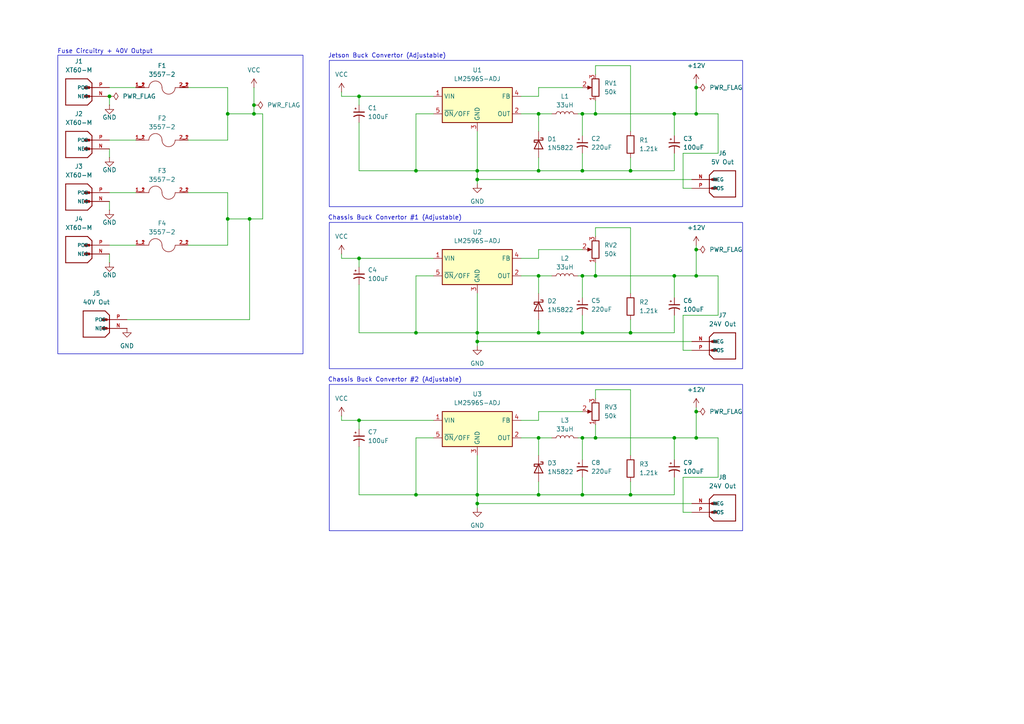
<source format=kicad_sch>
(kicad_sch (version 20231120) (generator "eeschema") (generator_version "8.0")
  (paper "A4")
  (lib_symbols
    (symbol "Device:C_Polarized_Small_US" (pin_numbers hide) (pin_names (offset 0.254) hide)
      (property "Reference" "C" (at 0.254 1.778 0))
      (property "Value" "C_Polarized_Small_US" (at 0.254 -2.032 0))
      (symbol "C_Polarized_Small_US_0_1"
        (polyline (pts (xy -1.524 0.508) (xy 1.524 0.508)) (stroke (width 0.3048)))
        (polyline (pts (xy -1.27 1.524) (xy -0.762 1.524)))
        (polyline (pts (xy -1.016 1.27) (xy -1.016 1.778)))
        (arc (start 1.524 -0.762) (mid 0 -0.3734) (end -1.524 -0.762) (stroke (width 0.3048)))
      )
      (symbol "C_Polarized_Small_US_1_1"
        (pin passive line (at 0 2.54 270) (length 2.032) (name "~") (number "1"))
        (pin passive line (at 0 -2.54 90) (length 2.032) (name "~") (number "2"))
      )
    )
    (symbol "Device:L" (pin_numbers hide) (pin_names (offset 1.016) hide)
      (property "Reference" "L" (at -1.27 0 90))
      (property "Value" "L" (at 1.905 0 90))
      (symbol "L_0_1"
        (arc (start 0 -2.54) (mid 0.6323 -1.905) (end 0 -1.27))
        (arc (start 0 -1.27) (mid 0.6323 -0.635) (end 0 0))
        (arc (start 0 0) (mid 0.6323 0.635) (end 0 1.27))
        (arc (start 0 1.27) (mid 0.6323 1.905) (end 0 2.54))
      )
      (symbol "L_1_1"
        (pin passive line (at 0 3.81 270) (length 1.27) (name "1") (number "1"))
        (pin passive line (at 0 -3.81 90) (length 1.27) (name "2") (number "2"))
      )
    )
    (symbol "Device:R" (pin_numbers hide) (pin_names (offset 0))
      (property "Reference" "R" (at 2.032 0 90))
      (property "Value" "R" (at 0 0 90))
      (symbol "R_0_1"
        (rectangle (start -1.016 -2.54) (end 1.016 2.54) (stroke (width 0.254)))
      )
      (symbol "R_1_1"
        (pin passive line (at 0 3.81 270) (length 1.27) (name "~") (number "1"))
        (pin passive line (at 0 -3.81 90) (length 1.27) (name "~") (number "2"))
      )
    )
    (symbol "Device:R_Potentiometer" (pin_names (offset 1.016) hide)
      (property "Reference" "RV" (at -4.445 0 90))
      (property "Value" "R_Potentiometer" (at -2.54 0 90))
      (symbol "R_Potentiometer_0_1"
        (polyline (pts (xy 2.54 0) (xy 1.524 0)))
        (polyline (pts (xy 1.143 0) (xy 2.286 0.508) (xy 2.286 -0.508) (xy 1.143 0)) (fill (type outline)))
        (rectangle (start 1.016 2.54) (end -1.016 -2.54) (stroke (width 0.254)))
      )
      (symbol "R_Potentiometer_1_1"
        (pin passive line (at 0 3.81 270) (length 1.27) (name "1") (number "1"))
        (pin passive line (at 3.81 0 180) (length 1.27) (name "2") (number "2"))
        (pin passive line (at 0 -3.81 90) (length 1.27) (name "3") (number "3"))
      )
    )
    (symbol "Diode:1N5822" (pin_numbers hide) (pin_names (offset 1.016) hide)
      (property "Reference" "D" (at 0 2.54 0))
      (property "Value" "1N5822" (at 0 -2.54 0))
      (symbol "1N5822_0_1"
        (polyline (pts (xy 1.27 0) (xy -1.27 0)))
        (polyline (pts (xy 1.27 1.27) (xy 1.27 -1.27) (xy -1.27 0) (xy 1.27 1.27)) (stroke (width 0.254)))
        (polyline (pts (xy -1.905 0.635) (xy -1.905 1.27) (xy -1.27 1.27) (xy -1.27 -1.27) (xy -0.635 -1.27) (xy -0.635 -0.635)) (stroke (width 0.254)))
      )
      (symbol "1N5822_1_1"
        (pin passive line (at -3.81 0 0) (length 2.54) (name "K") (number "1"))
        (pin passive line (at 3.81 0 180) (length 2.54) (name "A") (number "2"))
      )
    )
    (symbol "Fuse_Holder:3557-2" (pin_names (offset 1.016))
      (property "Reference" "F" (at -2.54 5.08 0))
      (property "Value" "3557-2" (at -2.54 -5.08 0))
      (symbol "3557-2_0_0"
        (arc (start 0 0) (mid -1.905 1.8967) (end -3.81 0) (stroke (width 0.1524)))
        (polyline (pts (xy -5.08 0) (xy -3.81 0)) (stroke (width 0.1524)))
        (polyline (pts (xy 5.08 0) (xy 3.81 0)) (stroke (width 0.1524)))
        (arc (start 0 0) (mid 1.905 -1.8967) (end 3.81 0) (stroke (width 0.1524)))
        (pin passive line (at -7.62 0 0) (length 2.54) (name "~") (number "1_1"))
        (pin passive line (at -7.62 0 0) (length 2.54) (name "~") (number "1_2"))
        (pin passive line (at 7.62 0 180) (length 2.54) (name "~") (number "2_1"))
        (pin passive line (at 7.62 0 180) (length 2.54) (name "~") (number "2_2"))
      )
    )
    (symbol "Regulator_Switching:LM2596S-ADJ"
      (property "Reference" "U" (at -10.16 6.35 0))
      (property "Value" "LM2596S-ADJ" (at 0 6.35 0))
      (symbol "LM2596S-ADJ_0_1"
        (rectangle (start -10.16 5.08) (end 10.16 -5.08) (stroke (width 0.254)) (fill (type background)))
      )
      (symbol "LM2596S-ADJ_1_1"
        (pin power_in line (at -12.7 2.54 0) (length 2.54) (name "VIN") (number "1"))
        (pin output line (at 12.7 -2.54 180) (length 2.54) (name "OUT") (number "2"))
        (pin power_in line (at 0 -7.62 90) (length 2.54) (name "GND") (number "3"))
        (pin input line (at 12.7 2.54 180) (length 2.54) (name "FB") (number "4"))
        (pin input line (at -12.7 -2.54 0) (length 2.54) (name "~{ON}/OFF") (number "5"))
      )
    )
    (symbol "XT60-M:XT60-M" (pin_names (offset 1.016))
      (property "Reference" "J" (at 0 6.35 0))
      (property "Value" "XT60-M" (at 0 -5.08 0))
      (symbol "XT60-M_0_0"
        (polyline (pts (xy 0 -1.27) (xy 1.27 -2.54)) (stroke (width 0.254)))
        (polyline (pts (xy 0 0) (xy 1.905 0)) (stroke (width 0.254)))
        (polyline (pts (xy 0 2.54) (xy 0 -1.27)) (stroke (width 0.254)))
        (polyline (pts (xy 0 2.54) (xy 1.905 2.54)) (stroke (width 0.254)))
        (polyline (pts (xy 0 3.81) (xy 0 2.54)) (stroke (width 0.254)))
        (polyline (pts (xy 0 3.81) (xy 1.27 5.08)) (stroke (width 0.254)))
        (polyline (pts (xy 1.27 -2.54) (xy 7.62 -2.54)) (stroke (width 0.254)))
        (polyline (pts (xy 7.62 -2.54) (xy 7.62 5.08)) (stroke (width 0.254)))
        (polyline (pts (xy 7.62 5.08) (xy 1.27 5.08)) (stroke (width 0.254)))
        (rectangle (start 0.635 -0.3175) (end 2.2225 0.3175) (stroke (width 0.1)) (fill (type outline)))
        (rectangle (start 0.635 2.2225) (end 2.2225 2.8575) (stroke (width 0.1)) (fill (type outline)))
        (pin passive line (at -5.08 0 0) (length 5.08) (name "NEG") (number "N"))
        (pin passive line (at -5.08 2.54 0) (length 5.08) (name "POS") (number "P"))
      )
    )
    (symbol "power:+12V" (power) (pin_numbers hide) (pin_names (offset 0) hide)
      (property "Value" "+12V" (at 0 3.556 0))
      (symbol "+12V_0_1"
        (polyline (pts (xy -0.762 1.27) (xy 0 2.54)))
        (polyline (pts (xy 0 0) (xy 0 2.54)))
        (polyline (pts (xy 0 2.54) (xy 0.762 1.27)))
      )
      (symbol "+12V_1_1"
        (pin power_in line (at 0 0 90) (length 0) (name "~") (number "1"))
      )
    )
    (symbol "power:GND" (power) (pin_numbers hide) (pin_names (offset 0) hide)
      (property "Value" "GND" (at 0 -3.81 0))
      (symbol "GND_0_1"
        (polyline (pts (xy 0 0) (xy 0 -1.27) (xy 1.27 -1.27) (xy 0 -2.54) (xy -1.27 -1.27) (xy 0 -1.27)))
      )
      (symbol "GND_1_1"
        (pin power_in line (at 0 0 270) (length 0) (name "~") (number "1"))
      )
    )
    (symbol "power:PWR_FLAG" (power) (pin_numbers hide) (pin_names (offset 0) hide)
      (property "Value" "PWR_FLAG" (at 0 3.81 0))
      (symbol "PWR_FLAG_0_0"
        (pin power_out line (at 0 0 90) (length 0) (name "~") (number "1"))
      )
      (symbol "PWR_FLAG_0_1"
        (polyline (pts (xy 0 0) (xy 0 1.27) (xy -1.016 1.905) (xy 0 2.54) (xy 1.016 1.905) (xy 0 1.27)))
      )
    )
    (symbol "power:VCC" (power) (pin_numbers hide) (pin_names (offset 0) hide)
      (property "Value" "VCC" (at 0 3.556 0))
      (symbol "VCC_0_1"
        (polyline (pts (xy -0.762 1.27) (xy 0 2.54)))
        (polyline (pts (xy 0 0) (xy 0 2.54)))
        (polyline (pts (xy 0 2.54) (xy 0.762 1.27)))
      )
      (symbol "VCC_1_1"
        (pin power_in line (at 0 0 90) (length 0) (name "~") (number "1"))
      )
    )
  )
  (junction (at 31.75 27.94))
  (junction (at 138.43 143.51))
  (junction (at 156.21 127))
  (junction (at 138.43 49.53))
  (junction (at 201.93 25.4))
  (junction (at 138.43 146.05))
  (junction (at 168.91 80.01))
  (junction (at 138.43 96.52))
  (junction (at 168.91 143.51))
  (junction (at 104.14 74.93))
  (junction (at 182.88 143.51))
  (junction (at 156.21 143.51))
  (junction (at 172.72 127))
  (junction (at 73.66 30.48))
  (junction (at 172.72 33.02))
  (junction (at 120.65 143.51))
  (junction (at 195.58 80.01))
  (junction (at 168.91 127))
  (junction (at 66.04 33.02))
  (junction (at 201.93 119.38))
  (junction (at 195.58 33.02))
  (junction (at 182.88 49.53))
  (junction (at 168.91 49.53))
  (junction (at 104.14 121.92))
  (junction (at 172.72 80.01))
  (junction (at 138.43 99.06))
  (junction (at 156.21 33.02))
  (junction (at 182.88 96.52))
  (junction (at 201.93 33.02))
  (junction (at 104.14 27.94))
  (junction (at 120.65 49.53))
  (junction (at 195.58 127))
  (junction (at 156.21 49.53))
  (junction (at 156.21 80.01))
  (junction (at 201.93 127))
  (junction (at 66.04 63.5))
  (junction (at 168.91 96.52))
  (junction (at 201.93 72.39))
  (junction (at 168.91 33.02))
  (junction (at 73.66 33.02))
  (junction (at 138.43 52.07))
  (junction (at 72.39 63.5))
  (junction (at 156.21 96.52))
  (junction (at 120.65 96.52))
  (junction (at 201.93 80.01))
  (wire (pts (xy 172.72 127) (xy 172.72 123.19)))
  (wire (pts (xy 156.21 33.02) (xy 156.21 38.1)))
  (wire (pts (xy 156.21 45.72) (xy 156.21 49.53)))
  (wire (pts (xy 151.13 80.01) (xy 156.21 80.01)))
  (wire (pts (xy 198.12 91.44) (xy 208.28 91.44)))
  (wire (pts (xy 182.88 38.1) (xy 182.88 19.05)))
  (wire (pts (xy 156.21 49.53) (xy 138.43 49.53)))
  (wire (pts (xy 208.28 127) (xy 201.93 127)))
  (wire (pts (xy 125.73 80.01) (xy 120.65 80.01)))
  (wire (pts (xy 208.28 33.02) (xy 201.93 33.02)))
  (wire (pts (xy 198.12 101.6) (xy 198.12 91.44)))
  (wire (pts (xy 120.65 143.51) (xy 104.14 143.51)))
  (wire (pts (xy 99.06 73.66) (xy 99.06 74.93)))
  (wire (pts (xy 195.58 143.51) (xy 182.88 143.51)))
  (wire (pts (xy 208.28 91.44) (xy 208.28 80.01)))
  (wire (pts (xy 76.2 63.5) (xy 72.39 63.5)))
  (wire (pts (xy 120.65 80.01) (xy 120.65 96.52)))
  (wire (pts (xy 198.12 148.59) (xy 198.12 138.43)))
  (wire (pts (xy 120.65 127) (xy 120.65 143.51)))
  (wire (pts (xy 201.93 71.12) (xy 201.93 72.39)))
  (wire (pts (xy 156.21 127) (xy 160.02 127)))
  (wire (pts (xy 31.75 25.4) (xy 39.37 25.4)))
  (wire (pts (xy 182.88 139.7) (xy 182.88 143.51)))
  (wire (pts (xy 168.91 33.02) (xy 168.91 39.37)))
  (wire (pts (xy 201.93 24.13) (xy 201.93 25.4)))
  (wire (pts (xy 120.65 96.52) (xy 104.14 96.52)))
  (wire (pts (xy 198.12 54.61) (xy 198.12 44.45)))
  (wire (pts (xy 151.13 33.02) (xy 156.21 33.02)))
  (wire (pts (xy 172.72 19.05) (xy 172.72 21.59)))
  (wire (pts (xy 195.58 96.52) (xy 182.88 96.52)))
  (wire (pts (xy 156.21 96.52) (xy 138.43 96.52)))
  (wire (pts (xy 104.14 82.55) (xy 104.14 96.52)))
  (wire (pts (xy 168.91 143.51) (xy 156.21 143.51)))
  (wire (pts (xy 168.91 138.43) (xy 168.91 143.51)))
  (wire (pts (xy 182.88 49.53) (xy 168.91 49.53)))
  (wire (pts (xy 66.04 33.02) (xy 73.66 33.02)))
  (wire (pts (xy 138.43 132.08) (xy 138.43 143.51)))
  (wire (pts (xy 138.43 99.06) (xy 200.66 99.06)))
  (wire (pts (xy 208.28 80.01) (xy 201.93 80.01)))
  (wire (pts (xy 168.91 127) (xy 172.72 127)))
  (wire (pts (xy 104.14 35.56) (xy 104.14 49.53)))
  (wire (pts (xy 172.72 80.01) (xy 172.72 76.2)))
  (wire (pts (xy 72.39 92.71) (xy 36.83 92.71)))
  (wire (pts (xy 195.58 91.44) (xy 195.58 96.52)))
  (wire (pts (xy 66.04 55.88) (xy 66.04 63.5)))
  (wire (pts (xy 182.88 92.71) (xy 182.88 96.52)))
  (wire (pts (xy 156.21 25.4) (xy 156.21 27.94)))
  (wire (pts (xy 138.43 52.07) (xy 138.43 53.34)))
  (wire (pts (xy 104.14 27.94) (xy 104.14 30.48)))
  (wire (pts (xy 195.58 80.01) (xy 195.58 86.36)))
  (wire (pts (xy 104.14 74.93) (xy 104.14 77.47)))
  (wire (pts (xy 156.21 80.01) (xy 156.21 85.09)))
  (wire (pts (xy 168.91 49.53) (xy 156.21 49.53)))
  (wire (pts (xy 31.75 27.94) (xy 31.75 30.48)))
  (wire (pts (xy 201.93 127) (xy 195.58 127)))
  (wire (pts (xy 138.43 143.51) (xy 138.43 146.05)))
  (wire (pts (xy 151.13 121.92) (xy 156.21 121.92)))
  (wire (pts (xy 73.66 30.48) (xy 73.66 33.02)))
  (wire (pts (xy 156.21 127) (xy 156.21 132.08)))
  (wire (pts (xy 138.43 52.07) (xy 200.66 52.07)))
  (wire (pts (xy 182.88 85.09) (xy 182.88 66.04)))
  (wire (pts (xy 120.65 49.53) (xy 104.14 49.53)))
  (wire (pts (xy 104.14 74.93) (xy 125.73 74.93)))
  (wire (pts (xy 31.75 43.18) (xy 31.75 45.72)))
  (wire (pts (xy 168.91 80.01) (xy 168.91 86.36)))
  (wire (pts (xy 104.14 121.92) (xy 125.73 121.92)))
  (wire (pts (xy 182.88 66.04) (xy 172.72 66.04)))
  (wire (pts (xy 156.21 25.4) (xy 168.91 25.4)))
  (wire (pts (xy 168.91 91.44) (xy 168.91 96.52)))
  (wire (pts (xy 156.21 72.39) (xy 156.21 74.93)))
  (wire (pts (xy 66.04 33.02) (xy 66.04 40.64)))
  (wire (pts (xy 72.39 63.5) (xy 72.39 92.71)))
  (wire (pts (xy 72.39 63.5) (xy 66.04 63.5)))
  (wire (pts (xy 156.21 92.71) (xy 156.21 96.52)))
  (wire (pts (xy 156.21 119.38) (xy 168.91 119.38)))
  (wire (pts (xy 182.88 132.08) (xy 182.88 113.03)))
  (wire (pts (xy 156.21 72.39) (xy 168.91 72.39)))
  (wire (pts (xy 138.43 96.52) (xy 138.43 99.06)))
  (wire (pts (xy 138.43 146.05) (xy 200.66 146.05)))
  (wire (pts (xy 99.06 27.94) (xy 104.14 27.94)))
  (wire (pts (xy 201.93 25.4) (xy 201.93 33.02)))
  (wire (pts (xy 182.88 96.52) (xy 168.91 96.52)))
  (wire (pts (xy 151.13 74.93) (xy 156.21 74.93)))
  (wire (pts (xy 66.04 71.12) (xy 54.61 71.12)))
  (wire (pts (xy 99.06 120.65) (xy 99.06 121.92)))
  (wire (pts (xy 201.93 119.38) (xy 201.93 127)))
  (wire (pts (xy 138.43 38.1) (xy 138.43 49.53)))
  (wire (pts (xy 156.21 33.02) (xy 160.02 33.02)))
  (wire (pts (xy 182.88 143.51) (xy 168.91 143.51)))
  (wire (pts (xy 31.75 71.12) (xy 39.37 71.12)))
  (wire (pts (xy 99.06 121.92) (xy 104.14 121.92)))
  (wire (pts (xy 99.06 74.93) (xy 104.14 74.93)))
  (wire (pts (xy 167.64 33.02) (xy 168.91 33.02)))
  (wire (pts (xy 168.91 44.45) (xy 168.91 49.53)))
  (wire (pts (xy 200.66 101.6) (xy 198.12 101.6)))
  (wire (pts (xy 125.73 33.02) (xy 120.65 33.02)))
  (wire (pts (xy 172.72 33.02) (xy 195.58 33.02)))
  (wire (pts (xy 201.93 80.01) (xy 195.58 80.01)))
  (wire (pts (xy 156.21 143.51) (xy 138.43 143.51)))
  (wire (pts (xy 182.88 113.03) (xy 172.72 113.03)))
  (wire (pts (xy 156.21 80.01) (xy 160.02 80.01)))
  (wire (pts (xy 172.72 80.01) (xy 195.58 80.01)))
  (wire (pts (xy 172.72 33.02) (xy 172.72 29.21)))
  (wire (pts (xy 198.12 44.45) (xy 208.28 44.45)))
  (wire (pts (xy 54.61 25.4) (xy 66.04 25.4)))
  (wire (pts (xy 195.58 49.53) (xy 182.88 49.53)))
  (wire (pts (xy 138.43 85.09) (xy 138.43 96.52)))
  (wire (pts (xy 151.13 27.94) (xy 156.21 27.94)))
  (wire (pts (xy 167.64 127) (xy 168.91 127)))
  (wire (pts (xy 168.91 127) (xy 168.91 133.35)))
  (wire (pts (xy 66.04 40.64) (xy 54.61 40.64)))
  (wire (pts (xy 54.61 55.88) (xy 66.04 55.88)))
  (wire (pts (xy 167.64 80.01) (xy 168.91 80.01)))
  (wire (pts (xy 201.93 72.39) (xy 201.93 80.01)))
  (wire (pts (xy 182.88 19.05) (xy 172.72 19.05)))
  (wire (pts (xy 168.91 80.01) (xy 172.72 80.01)))
  (wire (pts (xy 31.75 73.66) (xy 31.75 76.2)))
  (wire (pts (xy 195.58 44.45) (xy 195.58 49.53)))
  (wire (pts (xy 73.66 33.02) (xy 76.2 33.02)))
  (wire (pts (xy 104.14 27.94) (xy 125.73 27.94)))
  (wire (pts (xy 168.91 96.52) (xy 156.21 96.52)))
  (wire (pts (xy 172.72 66.04) (xy 172.72 68.58)))
  (wire (pts (xy 172.72 113.03) (xy 172.72 115.57)))
  (wire (pts (xy 138.43 99.06) (xy 138.43 100.33)))
  (wire (pts (xy 201.93 33.02) (xy 195.58 33.02)))
  (wire (pts (xy 198.12 138.43) (xy 208.28 138.43)))
  (wire (pts (xy 195.58 138.43) (xy 195.58 143.51)))
  (wire (pts (xy 168.91 33.02) (xy 172.72 33.02)))
  (wire (pts (xy 182.88 45.72) (xy 182.88 49.53)))
  (wire (pts (xy 156.21 119.38) (xy 156.21 121.92)))
  (wire (pts (xy 31.75 40.64) (xy 39.37 40.64)))
  (wire (pts (xy 120.65 33.02) (xy 120.65 49.53)))
  (wire (pts (xy 76.2 33.02) (xy 76.2 63.5)))
  (wire (pts (xy 104.14 129.54) (xy 104.14 143.51)))
  (wire (pts (xy 151.13 127) (xy 156.21 127)))
  (wire (pts (xy 120.65 96.52) (xy 138.43 96.52)))
  (wire (pts (xy 73.66 25.4) (xy 73.66 30.48)))
  (wire (pts (xy 66.04 25.4) (xy 66.04 33.02)))
  (wire (pts (xy 104.14 121.92) (xy 104.14 124.46)))
  (wire (pts (xy 31.75 55.88) (xy 39.37 55.88)))
  (wire (pts (xy 172.72 127) (xy 195.58 127)))
  (wire (pts (xy 208.28 138.43) (xy 208.28 127)))
  (wire (pts (xy 156.21 139.7) (xy 156.21 143.51)))
  (wire (pts (xy 138.43 49.53) (xy 138.43 52.07)))
  (wire (pts (xy 125.73 127) (xy 120.65 127)))
  (wire (pts (xy 201.93 118.11) (xy 201.93 119.38)))
  (wire (pts (xy 120.65 49.53) (xy 138.43 49.53)))
  (wire (pts (xy 31.75 58.42) (xy 31.75 60.96)))
  (wire (pts (xy 99.06 26.67) (xy 99.06 27.94)))
  (wire (pts (xy 66.04 63.5) (xy 66.04 71.12)))
  (wire (pts (xy 200.66 54.61) (xy 198.12 54.61)))
  (wire (pts (xy 200.66 148.59) (xy 198.12 148.59)))
  (wire (pts (xy 208.28 44.45) (xy 208.28 33.02)))
  (wire (pts (xy 195.58 127) (xy 195.58 133.35)))
  (wire (pts (xy 120.65 143.51) (xy 138.43 143.51)))
  (wire (pts (xy 138.43 146.05) (xy 138.43 147.32)))
  (wire (pts (xy 195.58 33.02) (xy 195.58 39.37)))
  (rectangle (start 95.504 17.526) (end 215.392 59.944))
  (rectangle (start 16.764 16.002) (end 87.884 102.616))
  (rectangle (start 95.504 64.516) (end 215.392 106.934))
  (rectangle (start 95.504 111.506) (end 215.392 153.924))
  (text "Chassis Buck Convertor #1 (Adjustable)" (at 114.554 63.246 0) (effects (font (size 1.27 1.27))))
  (text "Jetson Buck Convertor (Adjustable)" (at 112.268 16.256 0) (effects (font (size 1.27 1.27))))
  (text "Chassis Buck Convertor #2 (Adjustable)" (at 114.554 110.236 0) (effects (font (size 1.27 1.27))))
  (text "Fuse Circuitry + 40V Output" (at 30.48 14.986 0) (effects (font (size 1.27 1.27))))
  (symbol (lib_id "Regulator_Switching:LM2596S-ADJ") (at 138.43 77.47 0) (unit 1)
    (property "Reference" "U2" (at 138.43 67.31 0))
    (property "Value" "LM2596S-ADJ" (at 138.43 69.85 0))
    (property "Footprint" "Package_TO_SOT_SMD:TO-263-5_TabPin3" (effects (hide yes)))
    (property "Datasheet" "http://www.ti.com/lit/ds/symlink/lm2596.pdf" (effects (hide yes)))
    (property "Description" "Adjustable 3A Step-Down Voltage Regulator, TO-263" (effects (hide yes)))
  )
  (symbol (lib_id "power:GND") (at 31.75 45.72 0) (unit 1)
    (property "Reference" "#PWR01" (effects (hide yes)))
    (property "Value" "GND" (at 31.75 49.276 0))
    (property "Description" "Power symbol creates a global label with name \"GND\" , ground" (effects (hide yes)))
  )
  (symbol (lib_id "XT60-M:XT60-M") (at 26.67 27.94 0) (mirror y) (unit 1)
    (property "Reference" "J1" (at 22.86 17.78 0))
    (property "Value" "XT60-M" (at 22.86 20.32 0))
    (property "Footprint" "XT60-M:AMASS_XT60-M" (effects (hide yes)))
    (property "MF" "AMASS" (effects (hide yes)))
    (property "MAXIMUM_PACKAGE_HEIGHT" "16.00 mm" (effects (hide yes)))
    (property "Package" "Package" (effects (hide yes)))
    (property "Price" "None" (effects (hide yes)))
    (property "Check_prices" "https://www.snapeda.com/parts/XT60-M/AMASS/view-part/?ref=eda" (effects (hide yes)))
    (property "STANDARD" "IPC 7351B" (effects (hide yes)))
    (property "PARTREV" "V1.2" (effects (hide yes)))
    (property "SnapEDA_Link" "https://www.snapeda.com/parts/XT60-M/AMASS/view-part/?ref=snap" (effects (hide yes)))
    (property "MP" "XT60-M" (effects (hide yes)))
    (property "Description_1" "\n                        \n                            Plug; DC supply; XT60; male; PIN: 2; for cable; soldered; 30A; 500V\n                        \n" (effects (hide yes)))
    (property "Availability" "Not in stock" (effects (hide yes)))
    (property "MANUFACTURER" "AMASS" (effects (hide yes)))
  )
  (symbol (lib_id "Device:C_Polarized_Small_US") (at 104.14 80.01 0) (unit 1)
    (property "Reference" "C4" (at 106.68 78.3081 0) (effects (justify left)))
    (property "Value" "100uF" (at 106.68 80.8481 0) (effects (justify left)))
    (property "Footprint" "Capacitor_THT:CP_Radial_D8.0mm_P3.50mm" (effects (hide yes)))
    (property "Description" "Polarized capacitor, small US symbol" (effects (hide yes)))
  )
  (symbol (lib_id "power:PWR_FLAG") (at 201.93 119.38 270) (unit 1)
    (property "Reference" "#FLG05" (effects (hide yes)))
    (property "Value" "PWR_FLAG" (at 205.74 119.3799 90) (effects (justify left)))
    (property "Description" "Special symbol for telling ERC where power comes from" (effects (hide yes)))
  )
  (symbol (lib_id "Device:C_Polarized_Small_US") (at 168.91 135.89 0) (unit 1)
    (property "Reference" "C8" (at 171.45 134.1881 0) (effects (justify left)))
    (property "Value" "220uF" (at 171.45 136.7281 0) (effects (justify left)))
    (property "Footprint" "Capacitor_THT:CP_Radial_D8.0mm_P3.50mm" (effects (hide yes)))
    (property "Description" "Polarized capacitor, small US symbol" (effects (hide yes)))
  )
  (symbol (lib_id "Regulator_Switching:LM2596S-ADJ") (at 138.43 124.46 0) (unit 1)
    (property "Reference" "U3" (at 138.43 114.3 0))
    (property "Value" "LM2596S-ADJ" (at 138.43 116.84 0))
    (property "Footprint" "Package_TO_SOT_SMD:TO-263-5_TabPin3" (effects (hide yes)))
    (property "Datasheet" "http://www.ti.com/lit/ds/symlink/lm2596.pdf" (effects (hide yes)))
    (property "Description" "Adjustable 3A Step-Down Voltage Regulator, TO-263" (effects (hide yes)))
  )
  (symbol (lib_id "Fuse_Holder:3557-2") (at 46.99 71.12 0) (unit 1)
    (property "Reference" "F4" (at 46.99 64.77 0))
    (property "Value" "3557-2" (at 46.99 67.31 0))
    (property "Footprint" "Fuse Holder:FUSE_3557-2" (effects (hide yes)))
    (property "MF" "Keystone Electronics" (effects (hide yes)))
    (property "MAXIMUM_PACKAGE_HEIGHT" "7.37mm" (effects (hide yes)))
    (property "Package" "Nonstandard Keystone" (effects (hide yes)))
    (property "Price" "None" (effects (hide yes)))
    (property "Check_prices" "https://www.snapeda.com/parts/3557-2/Keystone/view-part/?ref=eda" (effects (hide yes)))
    (property "STANDARD" "Manufacturer Recommendation" (effects (hide yes)))
    (property "PARTREV" "D" (effects (hide yes)))
    (property "SnapEDA_Link" "https://www.snapeda.com/parts/3557-2/Keystone/view-part/?ref=snap" (effects (hide yes)))
    (property "MP" "3557-2" (effects (hide yes)))
    (property "Description_1" "\n                        \n                            THM 2 in 1 Auto Blade Holder\n                        \n" (effects (hide yes)))
    (property "MANUFACTURER" "Keystone" (effects (hide yes)))
    (property "Availability" "In Stock" (effects (hide yes)))
    (property "SNAPEDA_PN" "3557-2" (effects (hide yes)))
  )
  (symbol (lib_id "power:PWR_FLAG") (at 201.93 25.4 270) (unit 1)
    (property "Reference" "#FLG03" (effects (hide yes)))
    (property "Value" "PWR_FLAG" (at 205.74 25.3999 90) (effects (justify left)))
    (property "Description" "Special symbol for telling ERC where power comes from" (effects (hide yes)))
  )
  (symbol (lib_id "Device:C_Polarized_Small_US") (at 195.58 135.89 0) (unit 1)
    (property "Reference" "C9" (at 198.12 134.1881 0) (effects (justify left)))
    (property "Value" "100uF" (at 198.12 136.7281 0) (effects (justify left)))
    (property "Footprint" "Capacitor_THT:CP_Radial_D8.0mm_P3.50mm" (effects (hide yes)))
    (property "Description" "Polarized capacitor, small US symbol" (effects (hide yes)))
  )
  (symbol (lib_id "Fuse_Holder:3557-2") (at 46.99 40.64 0) (unit 1)
    (property "Reference" "F2" (at 46.99 34.29 0))
    (property "Value" "3557-2" (at 46.99 36.83 0))
    (property "Footprint" "Fuse Holder:FUSE_3557-2" (effects (hide yes)))
    (property "MF" "Keystone Electronics" (effects (hide yes)))
    (property "MAXIMUM_PACKAGE_HEIGHT" "7.37mm" (effects (hide yes)))
    (property "Package" "Nonstandard Keystone" (effects (hide yes)))
    (property "Price" "None" (effects (hide yes)))
    (property "Check_prices" "https://www.snapeda.com/parts/3557-2/Keystone/view-part/?ref=eda" (effects (hide yes)))
    (property "STANDARD" "Manufacturer Recommendation" (effects (hide yes)))
    (property "PARTREV" "D" (effects (hide yes)))
    (property "SnapEDA_Link" "https://www.snapeda.com/parts/3557-2/Keystone/view-part/?ref=snap" (effects (hide yes)))
    (property "MP" "3557-2" (effects (hide yes)))
    (property "Description_1" "\n                        \n                            THM 2 in 1 Auto Blade Holder\n                        \n" (effects (hide yes)))
    (property "MANUFACTURER" "Keystone" (effects (hide yes)))
    (property "Availability" "In Stock" (effects (hide yes)))
    (property "SNAPEDA_PN" "3557-2" (effects (hide yes)))
  )
  (symbol (lib_id "Device:C_Polarized_Small_US") (at 104.14 127 0) (unit 1)
    (property "Reference" "C7" (at 106.68 125.2981 0) (effects (justify left)))
    (property "Value" "100uF" (at 106.68 127.8381 0) (effects (justify left)))
    (property "Footprint" "Capacitor_THT:CP_Radial_D8.0mm_P3.50mm" (effects (hide yes)))
    (property "Description" "Polarized capacitor, small US symbol" (effects (hide yes)))
  )
  (symbol (lib_id "Device:R_Potentiometer") (at 172.72 119.38 180) (unit 1)
    (property "Reference" "RV3" (at 175.26 118.1099 0) (effects (justify right)))
    (property "Value" "50k" (at 175.26 120.6499 0) (effects (justify right)))
    (property "Footprint" "Potentiometer_THT:Potentiometer_Vishay_T93YA_Vertical" (effects (hide yes)))
    (property "Description" "Potentiometer" (effects (hide yes)))
  )
  (symbol (lib_id "Device:C_Polarized_Small_US") (at 104.14 33.02 0) (unit 1)
    (property "Reference" "C1" (at 106.68 31.3181 0) (effects (justify left)))
    (property "Value" "100uF" (at 106.68 33.8581 0) (effects (justify left)))
    (property "Footprint" "Capacitor_THT:CP_Radial_D8.0mm_P3.50mm" (effects (hide yes)))
    (property "Description" "Polarized capacitor, small US symbol" (effects (hide yes)))
  )
  (symbol (lib_id "Device:R") (at 182.88 41.91 0) (unit 1)
    (property "Reference" "R1" (at 185.42 40.6399 0) (effects (justify left)))
    (property "Value" "1.21k" (at 185.42 43.1799 0) (effects (justify left)))
    (property "Footprint" "Resistor_THT:R_Axial_DIN0207_L6.3mm_D2.5mm_P10.16mm_Horizontal" (effects (hide yes)))
    (property "Description" "Resistor" (effects (hide yes)))
  )
  (symbol (lib_id "power:PWR_FLAG") (at 73.66 30.48 270) (unit 1)
    (property "Reference" "#FLG02" (effects (hide yes)))
    (property "Value" "PWR_FLAG" (at 77.47 30.4799 90) (effects (justify left)))
    (property "Description" "Special symbol for telling ERC where power comes from" (effects (hide yes)))
  )
  (symbol (lib_id "Device:R_Potentiometer") (at 172.72 72.39 180) (unit 1)
    (property "Reference" "RV2" (at 175.26 71.1199 0) (effects (justify right)))
    (property "Value" "50k" (at 175.26 73.6599 0) (effects (justify right)))
    (property "Footprint" "Potentiometer_THT:Potentiometer_Vishay_T93YA_Vertical" (effects (hide yes)))
    (property "Description" "Potentiometer" (effects (hide yes)))
  )
  (symbol (lib_id "Regulator_Switching:LM2596S-ADJ") (at 138.43 30.48 0) (unit 1)
    (property "Reference" "U1" (at 138.43 20.32 0))
    (property "Value" "LM2596S-ADJ" (at 138.43 22.86 0))
    (property "Footprint" "Package_TO_SOT_SMD:TO-263-5_TabPin3" (effects (hide yes)))
    (property "Datasheet" "http://www.ti.com/lit/ds/symlink/lm2596.pdf" (effects (hide yes)))
    (property "Description" "Adjustable 3A Step-Down Voltage Regulator, TO-263" (effects (hide yes)))
  )
  (symbol (lib_id "Device:R") (at 182.88 88.9 0) (unit 1)
    (property "Reference" "R2" (at 185.42 87.6299 0) (effects (justify left)))
    (property "Value" "1.21k" (at 185.42 90.1699 0) (effects (justify left)))
    (property "Footprint" "Resistor_THT:R_Axial_DIN0207_L6.3mm_D2.5mm_P10.16mm_Horizontal" (effects (hide yes)))
    (property "Description" "Resistor" (effects (hide yes)))
  )
  (symbol (lib_id "XT60-M:XT60-M") (at 26.67 58.42 0) (mirror y) (unit 1)
    (property "Reference" "J3" (at 22.86 48.26 0))
    (property "Value" "XT60-M" (at 22.86 50.8 0))
    (property "Footprint" "XT60-M:AMASS_XT60-M" (effects (hide yes)))
    (property "MF" "AMASS" (effects (hide yes)))
    (property "MAXIMUM_PACKAGE_HEIGHT" "16.00 mm" (effects (hide yes)))
    (property "Package" "Package" (effects (hide yes)))
    (property "Price" "None" (effects (hide yes)))
    (property "Check_prices" "https://www.snapeda.com/parts/XT60-M/AMASS/view-part/?ref=eda" (effects (hide yes)))
    (property "STANDARD" "IPC 7351B" (effects (hide yes)))
    (property "PARTREV" "V1.2" (effects (hide yes)))
    (property "SnapEDA_Link" "https://www.snapeda.com/parts/XT60-M/AMASS/view-part/?ref=snap" (effects (hide yes)))
    (property "MP" "XT60-M" (effects (hide yes)))
    (property "Description_1" "\n                        \n                            Plug; DC supply; XT60; male; PIN: 2; for cable; soldered; 30A; 500V\n                        \n" (effects (hide yes)))
    (property "Availability" "Not in stock" (effects (hide yes)))
    (property "MANUFACTURER" "AMASS" (effects (hide yes)))
  )
  (symbol (lib_id "power:GND") (at 138.43 53.34 0) (unit 1)
    (property "Reference" "#PWR08" (effects (hide yes)))
    (property "Value" "GND" (at 138.43 58.42 0))
    (property "Description" "Power symbol creates a global label with name \"GND\" , ground" (effects (hide yes)))
  )
  (symbol (lib_id "power:GND") (at 31.75 60.96 0) (unit 1)
    (property "Reference" "#PWR03" (effects (hide yes)))
    (property "Value" "GND" (at 31.75 64.516 0))
    (property "Description" "Power symbol creates a global label with name \"GND\" , ground" (effects (hide yes)))
  )
  (symbol (lib_id "Fuse_Holder:3557-2") (at 46.99 25.4 0) (unit 1)
    (property "Reference" "F1" (at 46.99 19.05 0))
    (property "Value" "3557-2" (at 46.99 21.59 0))
    (property "Footprint" "Fuse Holder:FUSE_3557-2" (effects (hide yes)))
    (property "MF" "Keystone Electronics" (effects (hide yes)))
    (property "MAXIMUM_PACKAGE_HEIGHT" "7.37mm" (effects (hide yes)))
    (property "Package" "Nonstandard Keystone" (effects (hide yes)))
    (property "Price" "None" (effects (hide yes)))
    (property "Check_prices" "https://www.snapeda.com/parts/3557-2/Keystone/view-part/?ref=eda" (effects (hide yes)))
    (property "STANDARD" "Manufacturer Recommendation" (effects (hide yes)))
    (property "PARTREV" "D" (effects (hide yes)))
    (property "SnapEDA_Link" "https://www.snapeda.com/parts/3557-2/Keystone/view-part/?ref=snap" (effects (hide yes)))
    (property "MP" "3557-2" (effects (hide yes)))
    (property "Description_1" "\n                        \n                            THM 2 in 1 Auto Blade Holder\n                        \n" (effects (hide yes)))
    (property "MANUFACTURER" "Keystone" (effects (hide yes)))
    (property "Availability" "In Stock" (effects (hide yes)))
    (property "SNAPEDA_PN" "3557-2" (effects (hide yes)))
  )
  (symbol (lib_id "Device:L") (at 163.83 33.02 90) (unit 1)
    (property "Reference" "L1" (at 163.83 27.94 90))
    (property "Value" "33uH" (at 163.83 30.48 90))
    (property "Footprint" "Inductor_SMD:L_Bourns_SRN6045TA" (effects (hide yes)))
    (property "Description" "Inductor" (effects (hide yes)))
  )
  (symbol (lib_id "Device:C_Polarized_Small_US") (at 168.91 88.9 0) (unit 1)
    (property "Reference" "C5" (at 171.45 87.1981 0) (effects (justify left)))
    (property "Value" "220uF" (at 171.45 89.7381 0) (effects (justify left)))
    (property "Footprint" "Capacitor_THT:CP_Radial_D8.0mm_P3.50mm" (effects (hide yes)))
    (property "Description" "Polarized capacitor, small US symbol" (effects (hide yes)))
  )
  (symbol (lib_id "Diode:1N5822") (at 156.21 88.9 270) (unit 1)
    (property "Reference" "D2" (at 158.75 87.3124 90) (effects (justify left)))
    (property "Value" "1N5822" (at 158.75 89.8524 90) (effects (justify left)))
    (property "Footprint" "Diode_THT:D_DO-201AD_P15.24mm_Horizontal" (effects (hide yes)))
    (property "Datasheet" "http://www.vishay.com/docs/88526/1n5820.pdf" (effects (hide yes)))
    (property "Description" "40V 3A Schottky Barrier Rectifier Diode, DO-201AD" (effects (hide yes)))
  )
  (symbol (lib_id "XT60-M:XT60-M") (at 205.74 99.06 0) (mirror x) (unit 1)
    (property "Reference" "J7" (at 209.55 91.44 0))
    (property "Value" "24V Out" (at 209.55 93.98 0))
    (property "Footprint" "XT60-M:AMASS_XT60-M" (effects (hide yes)))
    (property "MF" "AMASS" (effects (hide yes)))
    (property "MAXIMUM_PACKAGE_HEIGHT" "16.00 mm" (effects (hide yes)))
    (property "Package" "Package" (effects (hide yes)))
    (property "Price" "None" (effects (hide yes)))
    (property "Check_prices" "https://www.snapeda.com/parts/XT60-M/AMASS/view-part/?ref=eda" (effects (hide yes)))
    (property "STANDARD" "IPC 7351B" (effects (hide yes)))
    (property "PARTREV" "V1.2" (effects (hide yes)))
    (property "SnapEDA_Link" "https://www.snapeda.com/parts/XT60-M/AMASS/view-part/?ref=snap" (effects (hide yes)))
    (property "MP" "XT60-M" (effects (hide yes)))
    (property "Description_1" "\n                        \n                            Plug; DC supply; XT60; male; PIN: 2; for cable; soldered; 30A; 500V\n                        \n" (effects (hide yes)))
    (property "Availability" "Not in stock" (effects (hide yes)))
    (property "MANUFACTURER" "AMASS" (effects (hide yes)))
  )
  (symbol (lib_id "power:PWR_FLAG") (at 201.93 72.39 270) (unit 1)
    (property "Reference" "#FLG04" (effects (hide yes)))
    (property "Value" "PWR_FLAG" (at 205.74 72.3899 90) (effects (justify left)))
    (property "Description" "Special symbol for telling ERC where power comes from" (effects (hide yes)))
  )
  (symbol (lib_id "Device:C_Polarized_Small_US") (at 195.58 88.9 0) (unit 1)
    (property "Reference" "C6" (at 198.12 87.1981 0) (effects (justify left)))
    (property "Value" "100uF" (at 198.12 89.7381 0) (effects (justify left)))
    (property "Footprint" "Capacitor_THT:CP_Radial_D8.0mm_P3.50mm" (effects (hide yes)))
    (property "Description" "Polarized capacitor, small US symbol" (effects (hide yes)))
  )
  (symbol (lib_id "Device:R_Potentiometer") (at 172.72 25.4 180) (unit 1)
    (property "Reference" "RV1" (at 175.26 24.1299 0) (effects (justify right)))
    (property "Value" "50k" (at 175.26 26.6699 0) (effects (justify right)))
    (property "Footprint" "Potentiometer_THT:Potentiometer_Vishay_T93YA_Vertical" (effects (hide yes)))
    (property "Description" "Potentiometer" (effects (hide yes)))
  )
  (symbol (lib_id "XT60-M:XT60-M") (at 26.67 73.66 0) (mirror y) (unit 1)
    (property "Reference" "J4" (at 22.86 63.5 0))
    (property "Value" "XT60-M" (at 22.86 66.04 0))
    (property "Footprint" "XT60-M:AMASS_XT60-M" (effects (hide yes)))
    (property "MF" "AMASS" (effects (hide yes)))
    (property "MAXIMUM_PACKAGE_HEIGHT" "16.00 mm" (effects (hide yes)))
    (property "Package" "Package" (effects (hide yes)))
    (property "Price" "None" (effects (hide yes)))
    (property "Check_prices" "https://www.snapeda.com/parts/XT60-M/AMASS/view-part/?ref=eda" (effects (hide yes)))
    (property "STANDARD" "IPC 7351B" (effects (hide yes)))
    (property "PARTREV" "V1.2" (effects (hide yes)))
    (property "SnapEDA_Link" "https://www.snapeda.com/parts/XT60-M/AMASS/view-part/?ref=snap" (effects (hide yes)))
    (property "MP" "XT60-M" (effects (hide yes)))
    (property "Description_1" "\n                        \n                            Plug; DC supply; XT60; male; PIN: 2; for cable; soldered; 30A; 500V\n                        \n" (effects (hide yes)))
    (property "Availability" "Not in stock" (effects (hide yes)))
    (property "MANUFACTURER" "AMASS" (effects (hide yes)))
  )
  (symbol (lib_id "power:GND") (at 36.83 95.25 0) (unit 1)
    (property "Reference" "#PWR05" (effects (hide yes)))
    (property "Value" "GND" (at 36.83 100.33 0))
    (property "Description" "Power symbol creates a global label with name \"GND\" , ground" (effects (hide yes)))
  )
  (symbol (lib_id "XT60-M:XT60-M") (at 205.74 52.07 0) (mirror x) (unit 1)
    (property "Reference" "J6" (at 209.55 44.45 0))
    (property "Value" "5V Out" (at 209.55 46.99 0))
    (property "Footprint" "XT60-M:AMASS_XT60-M" (effects (hide yes)))
    (property "MF" "AMASS" (effects (hide yes)))
    (property "MAXIMUM_PACKAGE_HEIGHT" "16.00 mm" (effects (hide yes)))
    (property "Package" "Package" (effects (hide yes)))
    (property "Price" "None" (effects (hide yes)))
    (property "Check_prices" "https://www.snapeda.com/parts/XT60-M/AMASS/view-part/?ref=eda" (effects (hide yes)))
    (property "STANDARD" "IPC 7351B" (effects (hide yes)))
    (property "PARTREV" "V1.2" (effects (hide yes)))
    (property "SnapEDA_Link" "https://www.snapeda.com/parts/XT60-M/AMASS/view-part/?ref=snap" (effects (hide yes)))
    (property "MP" "XT60-M" (effects (hide yes)))
    (property "Description_1" "\n                        \n                            Plug; DC supply; XT60; male; PIN: 2; for cable; soldered; 30A; 500V\n                        \n" (effects (hide yes)))
    (property "Availability" "Not in stock" (effects (hide yes)))
    (property "MANUFACTURER" "AMASS" (effects (hide yes)))
  )
  (symbol (lib_id "XT60-M:XT60-M") (at 26.67 43.18 0) (mirror y) (unit 1)
    (property "Reference" "J2" (at 22.86 33.02 0))
    (property "Value" "XT60-M" (at 22.86 35.56 0))
    (property "Footprint" "XT60-M:AMASS_XT60-M" (effects (hide yes)))
    (property "MF" "AMASS" (effects (hide yes)))
    (property "MAXIMUM_PACKAGE_HEIGHT" "16.00 mm" (effects (hide yes)))
    (property "Package" "Package" (effects (hide yes)))
    (property "Price" "None" (effects (hide yes)))
    (property "Check_prices" "https://www.snapeda.com/parts/XT60-M/AMASS/view-part/?ref=eda" (effects (hide yes)))
    (property "STANDARD" "IPC 7351B" (effects (hide yes)))
    (property "PARTREV" "V1.2" (effects (hide yes)))
    (property "SnapEDA_Link" "https://www.snapeda.com/parts/XT60-M/AMASS/view-part/?ref=snap" (effects (hide yes)))
    (property "MP" "XT60-M" (effects (hide yes)))
    (property "Description_1" "\n                        \n                            Plug; DC supply; XT60; male; PIN: 2; for cable; soldered; 30A; 500V\n                        \n" (effects (hide yes)))
    (property "Availability" "Not in stock" (effects (hide yes)))
    (property "MANUFACTURER" "AMASS" (effects (hide yes)))
  )
  (symbol (lib_id "Device:L") (at 163.83 80.01 90) (unit 1)
    (property "Reference" "L2" (at 163.83 74.93 90))
    (property "Value" "33uH" (at 163.83 77.47 90))
    (property "Footprint" "Inductor_SMD:L_Bourns_SRN6045TA" (effects (hide yes)))
    (property "Description" "Inductor" (effects (hide yes)))
  )
  (symbol (lib_id "XT60-M:XT60-M") (at 205.74 146.05 0) (mirror x) (unit 1)
    (property "Reference" "J8" (at 209.55 138.43 0))
    (property "Value" "24V Out" (at 209.55 140.97 0))
    (property "Footprint" "XT60-M:AMASS_XT60-M" (effects (hide yes)))
    (property "MF" "AMASS" (effects (hide yes)))
    (property "MAXIMUM_PACKAGE_HEIGHT" "16.00 mm" (effects (hide yes)))
    (property "Package" "Package" (effects (hide yes)))
    (property "Price" "None" (effects (hide yes)))
    (property "Check_prices" "https://www.snapeda.com/parts/XT60-M/AMASS/view-part/?ref=eda" (effects (hide yes)))
    (property "STANDARD" "IPC 7351B" (effects (hide yes)))
    (property "PARTREV" "V1.2" (effects (hide yes)))
    (property "SnapEDA_Link" "https://www.snapeda.com/parts/XT60-M/AMASS/view-part/?ref=snap" (effects (hide yes)))
    (property "MP" "XT60-M" (effects (hide yes)))
    (property "Description_1" "\n                        \n                            Plug; DC supply; XT60; male; PIN: 2; for cable; soldered; 30A; 500V\n                        \n" (effects (hide yes)))
    (property "Availability" "Not in stock" (effects (hide yes)))
    (property "MANUFACTURER" "AMASS" (effects (hide yes)))
  )
  (symbol (lib_id "power:+12V") (at 201.93 118.11 0) (unit 1)
    (property "Reference" "#PWR015" (effects (hide yes)))
    (property "Value" "+12V" (at 201.93 113.03 0))
    (property "Description" "Power symbol creates a global label with name \"+12V\"" (effects (hide yes)))
  )
  (symbol (lib_id "power:PWR_FLAG") (at 31.75 27.94 270) (unit 1)
    (property "Reference" "#FLG01" (effects (hide yes)))
    (property "Value" "PWR_FLAG" (at 35.56 27.9399 90) (effects (justify left)))
    (property "Description" "Special symbol for telling ERC where power comes from" (effects (hide yes)))
  )
  (symbol (lib_id "Device:C_Polarized_Small_US") (at 168.91 41.91 0) (unit 1)
    (property "Reference" "C2" (at 171.45 40.2081 0) (effects (justify left)))
    (property "Value" "220uF" (at 171.45 42.7481 0) (effects (justify left)))
    (property "Footprint" "Capacitor_THT:CP_Radial_D8.0mm_P3.50mm" (effects (hide yes)))
    (property "Description" "Polarized capacitor, small US symbol" (effects (hide yes)))
  )
  (symbol (lib_id "Device:R") (at 182.88 135.89 0) (unit 1)
    (property "Reference" "R3" (at 185.42 134.6199 0) (effects (justify left)))
    (property "Value" "1.21k" (at 185.42 137.1599 0) (effects (justify left)))
    (property "Footprint" "Resistor_THT:R_Axial_DIN0207_L6.3mm_D2.5mm_P10.16mm_Horizontal" (effects (hide yes)))
    (property "Description" "Resistor" (effects (hide yes)))
  )
  (symbol (lib_id "power:GND") (at 31.75 76.2 0) (unit 1)
    (property "Reference" "#PWR04" (effects (hide yes)))
    (property "Value" "GND" (at 31.75 79.756 0))
    (property "Description" "Power symbol creates a global label with name \"GND\" , ground" (effects (hide yes)))
  )
  (symbol (lib_id "power:GND") (at 31.75 30.48 0) (unit 1)
    (property "Reference" "#PWR02" (effects (hide yes)))
    (property "Value" "GND" (at 31.75 34.036 0))
    (property "Description" "Power symbol creates a global label with name \"GND\" , ground" (effects (hide yes)))
  )
  (symbol (lib_id "Device:L") (at 163.83 127 90) (unit 1)
    (property "Reference" "L3" (at 163.83 121.92 90))
    (property "Value" "33uH" (at 163.83 124.46 90))
    (property "Footprint" "Inductor_SMD:L_Bourns_SRN6045TA" (effects (hide yes)))
    (property "Description" "Inductor" (effects (hide yes)))
  )
  (symbol (lib_id "power:VCC") (at 99.06 120.65 0) (unit 1)
    (property "Reference" "#PWR013" (effects (hide yes)))
    (property "Value" "VCC" (at 99.06 115.57 0))
    (property "Description" "Power symbol creates a global label with name \"VCC\"" (effects (hide yes)))
  )
  (symbol (lib_id "Device:C_Polarized_Small_US") (at 195.58 41.91 0) (unit 1)
    (property "Reference" "C3" (at 198.12 40.2081 0) (effects (justify left)))
    (property "Value" "100uF" (at 198.12 42.7481 0) (effects (justify left)))
    (property "Footprint" "Capacitor_THT:CP_Radial_D8.0mm_P3.50mm" (effects (hide yes)))
    (property "Description" "Polarized capacitor, small US symbol" (effects (hide yes)))
  )
  (symbol (lib_id "power:VCC") (at 99.06 26.67 0) (unit 1)
    (property "Reference" "#PWR07" (effects (hide yes)))
    (property "Value" "VCC" (at 99.06 21.59 0))
    (property "Description" "Power symbol creates a global label with name \"VCC\"" (effects (hide yes)))
  )
  (symbol (lib_id "Diode:1N5822") (at 156.21 41.91 270) (unit 1)
    (property "Reference" "D1" (at 158.75 40.3224 90) (effects (justify left)))
    (property "Value" "1N5822" (at 158.75 42.8624 90) (effects (justify left)))
    (property "Footprint" "Diode_THT:D_DO-201AD_P15.24mm_Horizontal" (effects (hide yes)))
    (property "Datasheet" "http://www.vishay.com/docs/88526/1n5820.pdf" (effects (hide yes)))
    (property "Description" "40V 3A Schottky Barrier Rectifier Diode, DO-201AD" (effects (hide yes)))
  )
  (symbol (lib_id "XT60-M:XT60-M") (at 31.75 95.25 0) (mirror y) (unit 1)
    (property "Reference" "J5" (at 27.94 85.09 0))
    (property "Value" "40V Out" (at 27.94 87.63 0))
    (property "Footprint" "XT60-M:AMASS_XT60-M" (effects (hide yes)))
    (property "MF" "AMASS" (effects (hide yes)))
    (property "MAXIMUM_PACKAGE_HEIGHT" "16.00 mm" (effects (hide yes)))
    (property "Package" "Package" (effects (hide yes)))
    (property "Price" "None" (effects (hide yes)))
    (property "Check_prices" "https://www.snapeda.com/parts/XT60-M/AMASS/view-part/?ref=eda" (effects (hide yes)))
    (property "STANDARD" "IPC 7351B" (effects (hide yes)))
    (property "PARTREV" "V1.2" (effects (hide yes)))
    (property "SnapEDA_Link" "https://www.snapeda.com/parts/XT60-M/AMASS/view-part/?ref=snap" (effects (hide yes)))
    (property "MP" "XT60-M" (effects (hide yes)))
    (property "Description_1" "\n                        \n                            Plug; DC supply; XT60; male; PIN: 2; for cable; soldered; 30A; 500V\n                        \n" (effects (hide yes)))
    (property "Availability" "Not in stock" (effects (hide yes)))
    (property "MANUFACTURER" "AMASS" (effects (hide yes)))
  )
  (symbol (lib_id "power:+12V") (at 201.93 71.12 0) (unit 1)
    (property "Reference" "#PWR012" (effects (hide yes)))
    (property "Value" "+12V" (at 201.93 66.04 0))
    (property "Description" "Power symbol creates a global label with name \"+12V\"" (effects (hide yes)))
  )
  (symbol (lib_id "Fuse_Holder:3557-2") (at 46.99 55.88 0) (unit 1)
    (property "Reference" "F3" (at 46.99 49.53 0))
    (property "Value" "3557-2" (at 46.99 52.07 0))
    (property "Footprint" "Fuse Holder:FUSE_3557-2" (effects (hide yes)))
    (property "MF" "Keystone Electronics" (effects (hide yes)))
    (property "MAXIMUM_PACKAGE_HEIGHT" "7.37mm" (effects (hide yes)))
    (property "Package" "Nonstandard Keystone" (effects (hide yes)))
    (property "Price" "None" (effects (hide yes)))
    (property "Check_prices" "https://www.snapeda.com/parts/3557-2/Keystone/view-part/?ref=eda" (effects (hide yes)))
    (property "STANDARD" "Manufacturer Recommendation" (effects (hide yes)))
    (property "PARTREV" "D" (effects (hide yes)))
    (property "SnapEDA_Link" "https://www.snapeda.com/parts/3557-2/Keystone/view-part/?ref=snap" (effects (hide yes)))
    (property "MP" "3557-2" (effects (hide yes)))
    (property "Description_1" "\n                        \n                            THM 2 in 1 Auto Blade Holder\n                        \n" (effects (hide yes)))
    (property "MANUFACTURER" "Keystone" (effects (hide yes)))
    (property "Availability" "In Stock" (effects (hide yes)))
    (property "SNAPEDA_PN" "3557-2" (effects (hide yes)))
  )
  (symbol (lib_id "power:+12V") (at 201.93 24.13 0) (unit 1)
    (property "Reference" "#PWR09" (effects (hide yes)))
    (property "Value" "+12V" (at 201.93 19.05 0))
    (property "Description" "Power symbol creates a global label with name \"+12V\"" (effects (hide yes)))
  )
  (symbol (lib_id "Diode:1N5822") (at 156.21 135.89 270) (unit 1)
    (property "Reference" "D3" (at 158.75 134.3024 90) (effects (justify left)))
    (property "Value" "1N5822" (at 158.75 136.8424 90) (effects (justify left)))
    (property "Footprint" "Diode_THT:D_DO-201AD_P15.24mm_Horizontal" (effects (hide yes)))
    (property "Datasheet" "http://www.vishay.com/docs/88526/1n5820.pdf" (effects (hide yes)))
    (property "Description" "40V 3A Schottky Barrier Rectifier Diode, DO-201AD" (effects (hide yes)))
  )
  (symbol (lib_id "power:VCC") (at 73.66 25.4 0) (unit 1)
    (property "Reference" "#PWR06" (effects (hide yes)))
    (property "Value" "VCC" (at 73.66 20.32 0))
    (property "Description" "Power symbol creates a global label with name \"VCC\"" (effects (hide yes)))
  )
  (symbol (lib_id "power:VCC") (at 99.06 73.66 0) (unit 1)
    (property "Reference" "#PWR010" (effects (hide yes)))
    (property "Value" "VCC" (at 99.06 68.58 0))
    (property "Description" "Power symbol creates a global label with name \"VCC\"" (effects (hide yes)))
  )
  (symbol (lib_id "power:GND") (at 138.43 147.32 0) (unit 1)
    (property "Reference" "#PWR014" (effects (hide yes)))
    (property "Value" "GND" (at 138.43 152.4 0))
    (property "Description" "Power symbol creates a global label with name \"GND\" , ground" (effects (hide yes)))
  )
  (symbol (lib_id "power:GND") (at 138.43 100.33 0) (unit 1)
    (property "Reference" "#PWR011" (effects (hide yes)))
    (property "Value" "GND" (at 138.43 105.41 0))
    (property "Description" "Power symbol creates a global label with name \"GND\" , ground" (effects (hide yes)))
  )
)
</source>
